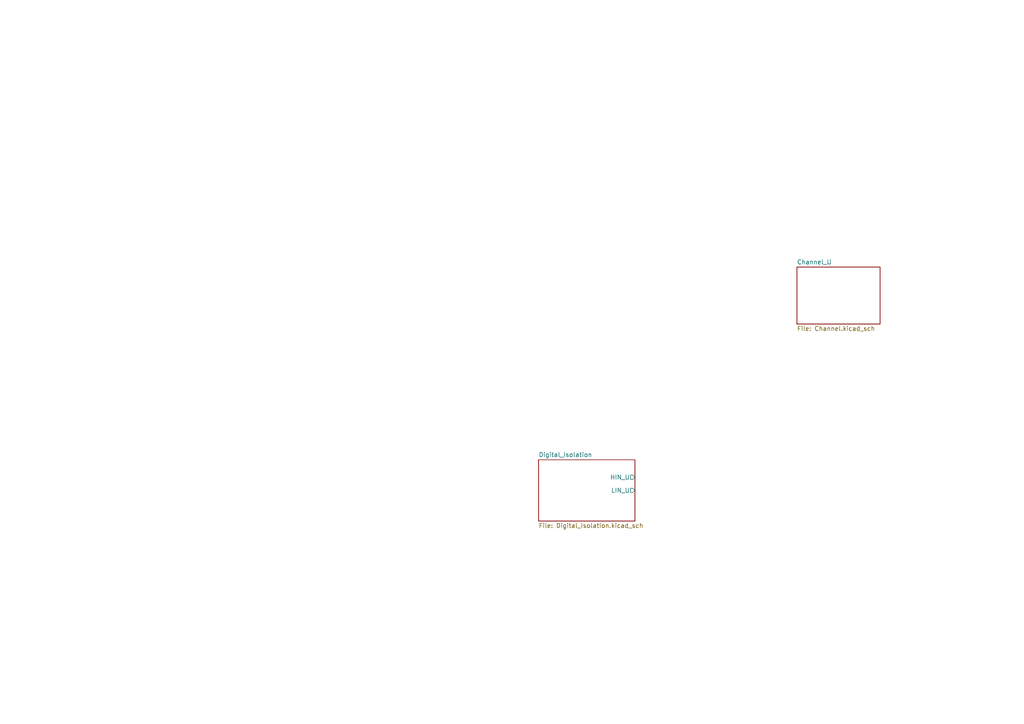
<source format=kicad_sch>
(kicad_sch (version 20211123) (generator eeschema)
  (paper "A4")
  (lib_symbols)
  (sheet (at 156.21 133.35) (size 27.94 17.78)
    (property "Sheet name" "Digital_Isolation" (at 156.21 132.6384 0) (effects (justify left bottom)))
    (property "Sheet file" "Digital_Isolation.kicad_sch" (at 156.21 151.7146 0) (effects (justify left top)))
    (pin "HIN_U" output (at 184.15 138.43 0))
    (pin "LIN_U" output (at 184.15 142.24 0))
  )
  (sheet (at 231.14 77.47) (size 24.13 16.51)
    (property "Sheet name" "Channel_U" (at 231.14 76.7584 0) (effects (justify left bottom)))
    (property "Sheet file" "Channel.kicad_sch" (at 231.14 94.5646 0) (effects (justify left top)))
  )
)
</source>
